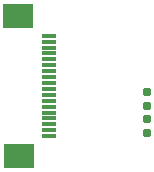
<source format=gbr>
%TF.GenerationSoftware,KiCad,Pcbnew,8.0.8-unknown-202501290020~8b811aa383~ubuntu22.04.1*%
%TF.CreationDate,2025-03-26T11:50:05+00:00*%
%TF.ProjectId,CONTROLLER_XIAO,434f4e54-524f-44c4-9c45-525f5849414f,rev?*%
%TF.SameCoordinates,Original*%
%TF.FileFunction,Paste,Top*%
%TF.FilePolarity,Positive*%
%FSLAX46Y46*%
G04 Gerber Fmt 4.6, Leading zero omitted, Abs format (unit mm)*
G04 Created by KiCad (PCBNEW 8.0.8-unknown-202501290020~8b811aa383~ubuntu22.04.1) date 2025-03-26 11:50:05*
%MOMM*%
%LPD*%
G01*
G04 APERTURE LIST*
G04 Aperture macros list*
%AMRoundRect*
0 Rectangle with rounded corners*
0 $1 Rounding radius*
0 $2 $3 $4 $5 $6 $7 $8 $9 X,Y pos of 4 corners*
0 Add a 4 corners polygon primitive as box body*
4,1,4,$2,$3,$4,$5,$6,$7,$8,$9,$2,$3,0*
0 Add four circle primitives for the rounded corners*
1,1,$1+$1,$2,$3*
1,1,$1+$1,$4,$5*
1,1,$1+$1,$6,$7*
1,1,$1+$1,$8,$9*
0 Add four rect primitives between the rounded corners*
20,1,$1+$1,$2,$3,$4,$5,0*
20,1,$1+$1,$4,$5,$6,$7,0*
20,1,$1+$1,$6,$7,$8,$9,0*
20,1,$1+$1,$8,$9,$2,$3,0*%
G04 Aperture macros list end*
%ADD10RoundRect,0.160000X-0.160000X0.197500X-0.160000X-0.197500X0.160000X-0.197500X0.160000X0.197500X0*%
%ADD11R,1.250000X0.300000*%
%ADD12R,2.500000X2.000000*%
G04 APERTURE END LIST*
D10*
%TO.C,R1*%
X62500000Y-87402500D03*
X62500000Y-88597500D03*
%TD*%
%TO.C,R2*%
X62500000Y-85102500D03*
X62500000Y-86297500D03*
%TD*%
D11*
%TO.C,FPC1*%
X54190000Y-80350000D03*
X54190000Y-80850000D03*
X54190000Y-81350000D03*
X54190000Y-81850000D03*
X54190000Y-82350000D03*
X54190000Y-82850000D03*
X54190000Y-83350000D03*
X54190000Y-83850000D03*
X54190000Y-84350000D03*
X54190000Y-84850000D03*
X54190000Y-85350000D03*
X54190000Y-85850000D03*
X54190000Y-86350000D03*
X54190000Y-86850000D03*
X54190000Y-87350000D03*
X54190000Y-87850000D03*
X54190000Y-88350000D03*
X54190000Y-88850000D03*
D12*
X51610000Y-78660000D03*
X51650000Y-90540000D03*
%TD*%
M02*

</source>
